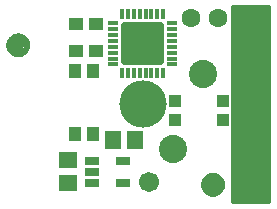
<source format=gbr>
G04 EAGLE Gerber RS-274X export*
G75*
%MOMM*%
%FSLAX34Y34*%
%LPD*%
%INSoldermask Top*%
%IPPOS*%
%AMOC8*
5,1,8,0,0,1.08239X$1,22.5*%
G01*
%ADD10C,1.101600*%
%ADD11C,0.469900*%
%ADD12R,1.341600X1.601600*%
%ADD13R,1.601600X1.341600*%
%ADD14R,1.001600X1.001600*%
%ADD15C,0.468206*%
%ADD16R,0.350000X0.900000*%
%ADD17R,0.900000X0.350000*%
%ADD18C,1.601600*%
%ADD19R,1.176600X1.101600*%
%ADD20R,1.301600X0.651600*%
%ADD21C,1.701600*%
%ADD22R,1.001600X1.301600*%
%ADD23C,4.001600*%
%ADD24C,2.387600*%

G36*
X316288Y-84827D02*
X316288Y-84827D01*
X316346Y-84829D01*
X316428Y-84807D01*
X316512Y-84795D01*
X316565Y-84772D01*
X316621Y-84757D01*
X316694Y-84714D01*
X316771Y-84679D01*
X316816Y-84641D01*
X316866Y-84612D01*
X316924Y-84550D01*
X316988Y-84496D01*
X317020Y-84447D01*
X317060Y-84404D01*
X317099Y-84329D01*
X317146Y-84259D01*
X317163Y-84203D01*
X317190Y-84151D01*
X317201Y-84083D01*
X317231Y-83988D01*
X317234Y-83888D01*
X317245Y-83820D01*
X317245Y82550D01*
X317237Y82608D01*
X317239Y82666D01*
X317217Y82748D01*
X317205Y82832D01*
X317182Y82885D01*
X317167Y82941D01*
X317124Y83014D01*
X317089Y83091D01*
X317051Y83136D01*
X317022Y83186D01*
X316960Y83244D01*
X316906Y83308D01*
X316857Y83340D01*
X316814Y83380D01*
X316739Y83419D01*
X316669Y83466D01*
X316613Y83483D01*
X316561Y83510D01*
X316493Y83521D01*
X316398Y83551D01*
X316298Y83554D01*
X316230Y83565D01*
X285115Y83565D01*
X285057Y83557D01*
X284999Y83559D01*
X284917Y83537D01*
X284834Y83525D01*
X284780Y83502D01*
X284724Y83487D01*
X284651Y83444D01*
X284574Y83409D01*
X284529Y83371D01*
X284479Y83342D01*
X284421Y83280D01*
X284357Y83226D01*
X284325Y83177D01*
X284285Y83134D01*
X284246Y83059D01*
X284200Y82989D01*
X284182Y82933D01*
X284155Y82881D01*
X284144Y82813D01*
X284114Y82718D01*
X284111Y82618D01*
X284100Y82550D01*
X284100Y-83820D01*
X284108Y-83878D01*
X284106Y-83936D01*
X284128Y-84018D01*
X284140Y-84102D01*
X284164Y-84155D01*
X284178Y-84211D01*
X284221Y-84284D01*
X284256Y-84361D01*
X284294Y-84406D01*
X284324Y-84456D01*
X284385Y-84514D01*
X284440Y-84578D01*
X284488Y-84610D01*
X284531Y-84650D01*
X284606Y-84689D01*
X284676Y-84736D01*
X284732Y-84753D01*
X284784Y-84780D01*
X284852Y-84791D01*
X284947Y-84821D01*
X285047Y-84824D01*
X285115Y-84835D01*
X316230Y-84835D01*
X316288Y-84827D01*
G37*
D10*
X268605Y-68580D03*
D11*
X268605Y-61080D02*
X268424Y-61082D01*
X268243Y-61089D01*
X268062Y-61100D01*
X267881Y-61115D01*
X267701Y-61135D01*
X267521Y-61159D01*
X267342Y-61187D01*
X267164Y-61220D01*
X266987Y-61257D01*
X266810Y-61298D01*
X266635Y-61343D01*
X266460Y-61393D01*
X266287Y-61447D01*
X266116Y-61505D01*
X265945Y-61567D01*
X265777Y-61634D01*
X265610Y-61704D01*
X265444Y-61778D01*
X265281Y-61857D01*
X265120Y-61939D01*
X264960Y-62025D01*
X264803Y-62115D01*
X264648Y-62209D01*
X264495Y-62306D01*
X264345Y-62408D01*
X264197Y-62512D01*
X264051Y-62621D01*
X263909Y-62732D01*
X263769Y-62848D01*
X263632Y-62966D01*
X263497Y-63088D01*
X263366Y-63213D01*
X263238Y-63341D01*
X263113Y-63472D01*
X262991Y-63607D01*
X262873Y-63744D01*
X262757Y-63884D01*
X262646Y-64026D01*
X262537Y-64172D01*
X262433Y-64320D01*
X262331Y-64470D01*
X262234Y-64623D01*
X262140Y-64778D01*
X262050Y-64935D01*
X261964Y-65095D01*
X261882Y-65256D01*
X261803Y-65419D01*
X261729Y-65585D01*
X261659Y-65752D01*
X261592Y-65920D01*
X261530Y-66091D01*
X261472Y-66262D01*
X261418Y-66435D01*
X261368Y-66610D01*
X261323Y-66785D01*
X261282Y-66962D01*
X261245Y-67139D01*
X261212Y-67317D01*
X261184Y-67496D01*
X261160Y-67676D01*
X261140Y-67856D01*
X261125Y-68037D01*
X261114Y-68218D01*
X261107Y-68399D01*
X261105Y-68580D01*
X268605Y-61080D02*
X268786Y-61082D01*
X268967Y-61089D01*
X269148Y-61100D01*
X269329Y-61115D01*
X269509Y-61135D01*
X269689Y-61159D01*
X269868Y-61187D01*
X270046Y-61220D01*
X270223Y-61257D01*
X270400Y-61298D01*
X270575Y-61343D01*
X270750Y-61393D01*
X270923Y-61447D01*
X271094Y-61505D01*
X271265Y-61567D01*
X271433Y-61634D01*
X271600Y-61704D01*
X271766Y-61778D01*
X271929Y-61857D01*
X272090Y-61939D01*
X272250Y-62025D01*
X272407Y-62115D01*
X272562Y-62209D01*
X272715Y-62306D01*
X272865Y-62408D01*
X273013Y-62512D01*
X273159Y-62621D01*
X273301Y-62732D01*
X273441Y-62848D01*
X273578Y-62966D01*
X273713Y-63088D01*
X273844Y-63213D01*
X273972Y-63341D01*
X274097Y-63472D01*
X274219Y-63607D01*
X274337Y-63744D01*
X274453Y-63884D01*
X274564Y-64026D01*
X274673Y-64172D01*
X274777Y-64320D01*
X274879Y-64470D01*
X274976Y-64623D01*
X275070Y-64778D01*
X275160Y-64935D01*
X275246Y-65095D01*
X275328Y-65256D01*
X275407Y-65419D01*
X275481Y-65585D01*
X275551Y-65752D01*
X275618Y-65920D01*
X275680Y-66091D01*
X275738Y-66262D01*
X275792Y-66435D01*
X275842Y-66610D01*
X275887Y-66785D01*
X275928Y-66962D01*
X275965Y-67139D01*
X275998Y-67317D01*
X276026Y-67496D01*
X276050Y-67676D01*
X276070Y-67856D01*
X276085Y-68037D01*
X276096Y-68218D01*
X276103Y-68399D01*
X276105Y-68580D01*
X276103Y-68761D01*
X276096Y-68942D01*
X276085Y-69123D01*
X276070Y-69304D01*
X276050Y-69484D01*
X276026Y-69664D01*
X275998Y-69843D01*
X275965Y-70021D01*
X275928Y-70198D01*
X275887Y-70375D01*
X275842Y-70550D01*
X275792Y-70725D01*
X275738Y-70898D01*
X275680Y-71069D01*
X275618Y-71240D01*
X275551Y-71408D01*
X275481Y-71575D01*
X275407Y-71741D01*
X275328Y-71904D01*
X275246Y-72065D01*
X275160Y-72225D01*
X275070Y-72382D01*
X274976Y-72537D01*
X274879Y-72690D01*
X274777Y-72840D01*
X274673Y-72988D01*
X274564Y-73134D01*
X274453Y-73276D01*
X274337Y-73416D01*
X274219Y-73553D01*
X274097Y-73688D01*
X273972Y-73819D01*
X273844Y-73947D01*
X273713Y-74072D01*
X273578Y-74194D01*
X273441Y-74312D01*
X273301Y-74428D01*
X273159Y-74539D01*
X273013Y-74648D01*
X272865Y-74752D01*
X272715Y-74854D01*
X272562Y-74951D01*
X272407Y-75045D01*
X272250Y-75135D01*
X272090Y-75221D01*
X271929Y-75303D01*
X271766Y-75382D01*
X271600Y-75456D01*
X271433Y-75526D01*
X271265Y-75593D01*
X271094Y-75655D01*
X270923Y-75713D01*
X270750Y-75767D01*
X270575Y-75817D01*
X270400Y-75862D01*
X270223Y-75903D01*
X270046Y-75940D01*
X269868Y-75973D01*
X269689Y-76001D01*
X269509Y-76025D01*
X269329Y-76045D01*
X269148Y-76060D01*
X268967Y-76071D01*
X268786Y-76078D01*
X268605Y-76080D01*
X268424Y-76078D01*
X268243Y-76071D01*
X268062Y-76060D01*
X267881Y-76045D01*
X267701Y-76025D01*
X267521Y-76001D01*
X267342Y-75973D01*
X267164Y-75940D01*
X266987Y-75903D01*
X266810Y-75862D01*
X266635Y-75817D01*
X266460Y-75767D01*
X266287Y-75713D01*
X266116Y-75655D01*
X265945Y-75593D01*
X265777Y-75526D01*
X265610Y-75456D01*
X265444Y-75382D01*
X265281Y-75303D01*
X265120Y-75221D01*
X264960Y-75135D01*
X264803Y-75045D01*
X264648Y-74951D01*
X264495Y-74854D01*
X264345Y-74752D01*
X264197Y-74648D01*
X264051Y-74539D01*
X263909Y-74428D01*
X263769Y-74312D01*
X263632Y-74194D01*
X263497Y-74072D01*
X263366Y-73947D01*
X263238Y-73819D01*
X263113Y-73688D01*
X262991Y-73553D01*
X262873Y-73416D01*
X262757Y-73276D01*
X262646Y-73134D01*
X262537Y-72988D01*
X262433Y-72840D01*
X262331Y-72690D01*
X262234Y-72537D01*
X262140Y-72382D01*
X262050Y-72225D01*
X261964Y-72065D01*
X261882Y-71904D01*
X261803Y-71741D01*
X261729Y-71575D01*
X261659Y-71408D01*
X261592Y-71240D01*
X261530Y-71069D01*
X261472Y-70898D01*
X261418Y-70725D01*
X261368Y-70550D01*
X261323Y-70375D01*
X261282Y-70198D01*
X261245Y-70021D01*
X261212Y-69843D01*
X261184Y-69664D01*
X261160Y-69484D01*
X261140Y-69304D01*
X261125Y-69123D01*
X261114Y-68942D01*
X261107Y-68761D01*
X261105Y-68580D01*
D10*
X103632Y49530D03*
D11*
X103632Y42030D02*
X103813Y42032D01*
X103994Y42039D01*
X104175Y42050D01*
X104356Y42065D01*
X104536Y42085D01*
X104716Y42109D01*
X104895Y42137D01*
X105073Y42170D01*
X105250Y42207D01*
X105427Y42248D01*
X105602Y42293D01*
X105777Y42343D01*
X105950Y42397D01*
X106121Y42455D01*
X106292Y42517D01*
X106460Y42584D01*
X106627Y42654D01*
X106793Y42728D01*
X106956Y42807D01*
X107117Y42889D01*
X107277Y42975D01*
X107434Y43065D01*
X107589Y43159D01*
X107742Y43256D01*
X107892Y43358D01*
X108040Y43462D01*
X108186Y43571D01*
X108328Y43682D01*
X108468Y43798D01*
X108605Y43916D01*
X108740Y44038D01*
X108871Y44163D01*
X108999Y44291D01*
X109124Y44422D01*
X109246Y44557D01*
X109364Y44694D01*
X109480Y44834D01*
X109591Y44976D01*
X109700Y45122D01*
X109804Y45270D01*
X109906Y45420D01*
X110003Y45573D01*
X110097Y45728D01*
X110187Y45885D01*
X110273Y46045D01*
X110355Y46206D01*
X110434Y46369D01*
X110508Y46535D01*
X110578Y46702D01*
X110645Y46870D01*
X110707Y47041D01*
X110765Y47212D01*
X110819Y47385D01*
X110869Y47560D01*
X110914Y47735D01*
X110955Y47912D01*
X110992Y48089D01*
X111025Y48267D01*
X111053Y48446D01*
X111077Y48626D01*
X111097Y48806D01*
X111112Y48987D01*
X111123Y49168D01*
X111130Y49349D01*
X111132Y49530D01*
X103632Y42030D02*
X103451Y42032D01*
X103270Y42039D01*
X103089Y42050D01*
X102908Y42065D01*
X102728Y42085D01*
X102548Y42109D01*
X102369Y42137D01*
X102191Y42170D01*
X102014Y42207D01*
X101837Y42248D01*
X101662Y42293D01*
X101487Y42343D01*
X101314Y42397D01*
X101143Y42455D01*
X100972Y42517D01*
X100804Y42584D01*
X100637Y42654D01*
X100471Y42728D01*
X100308Y42807D01*
X100147Y42889D01*
X99987Y42975D01*
X99830Y43065D01*
X99675Y43159D01*
X99522Y43256D01*
X99372Y43358D01*
X99224Y43462D01*
X99078Y43571D01*
X98936Y43682D01*
X98796Y43798D01*
X98659Y43916D01*
X98524Y44038D01*
X98393Y44163D01*
X98265Y44291D01*
X98140Y44422D01*
X98018Y44557D01*
X97900Y44694D01*
X97784Y44834D01*
X97673Y44976D01*
X97564Y45122D01*
X97460Y45270D01*
X97358Y45420D01*
X97261Y45573D01*
X97167Y45728D01*
X97077Y45885D01*
X96991Y46045D01*
X96909Y46206D01*
X96830Y46369D01*
X96756Y46535D01*
X96686Y46702D01*
X96619Y46870D01*
X96557Y47041D01*
X96499Y47212D01*
X96445Y47385D01*
X96395Y47560D01*
X96350Y47735D01*
X96309Y47912D01*
X96272Y48089D01*
X96239Y48267D01*
X96211Y48446D01*
X96187Y48626D01*
X96167Y48806D01*
X96152Y48987D01*
X96141Y49168D01*
X96134Y49349D01*
X96132Y49530D01*
X96134Y49711D01*
X96141Y49892D01*
X96152Y50073D01*
X96167Y50254D01*
X96187Y50434D01*
X96211Y50614D01*
X96239Y50793D01*
X96272Y50971D01*
X96309Y51148D01*
X96350Y51325D01*
X96395Y51500D01*
X96445Y51675D01*
X96499Y51848D01*
X96557Y52019D01*
X96619Y52190D01*
X96686Y52358D01*
X96756Y52525D01*
X96830Y52691D01*
X96909Y52854D01*
X96991Y53015D01*
X97077Y53175D01*
X97167Y53332D01*
X97261Y53487D01*
X97358Y53640D01*
X97460Y53790D01*
X97564Y53938D01*
X97673Y54084D01*
X97784Y54226D01*
X97900Y54366D01*
X98018Y54503D01*
X98140Y54638D01*
X98265Y54769D01*
X98393Y54897D01*
X98524Y55022D01*
X98659Y55144D01*
X98796Y55262D01*
X98936Y55378D01*
X99078Y55489D01*
X99224Y55598D01*
X99372Y55702D01*
X99522Y55804D01*
X99675Y55901D01*
X99830Y55995D01*
X99987Y56085D01*
X100147Y56171D01*
X100308Y56253D01*
X100471Y56332D01*
X100637Y56406D01*
X100804Y56476D01*
X100972Y56543D01*
X101143Y56605D01*
X101314Y56663D01*
X101487Y56717D01*
X101662Y56767D01*
X101837Y56812D01*
X102014Y56853D01*
X102191Y56890D01*
X102369Y56923D01*
X102548Y56951D01*
X102728Y56975D01*
X102908Y56995D01*
X103089Y57010D01*
X103270Y57021D01*
X103451Y57028D01*
X103632Y57030D01*
X103813Y57028D01*
X103994Y57021D01*
X104175Y57010D01*
X104356Y56995D01*
X104536Y56975D01*
X104716Y56951D01*
X104895Y56923D01*
X105073Y56890D01*
X105250Y56853D01*
X105427Y56812D01*
X105602Y56767D01*
X105777Y56717D01*
X105950Y56663D01*
X106121Y56605D01*
X106292Y56543D01*
X106460Y56476D01*
X106627Y56406D01*
X106793Y56332D01*
X106956Y56253D01*
X107117Y56171D01*
X107277Y56085D01*
X107434Y55995D01*
X107589Y55901D01*
X107742Y55804D01*
X107892Y55702D01*
X108040Y55598D01*
X108186Y55489D01*
X108328Y55378D01*
X108468Y55262D01*
X108605Y55144D01*
X108740Y55022D01*
X108871Y54897D01*
X108999Y54769D01*
X109124Y54638D01*
X109246Y54503D01*
X109364Y54366D01*
X109480Y54226D01*
X109591Y54084D01*
X109700Y53938D01*
X109804Y53790D01*
X109906Y53640D01*
X110003Y53487D01*
X110097Y53332D01*
X110187Y53175D01*
X110273Y53015D01*
X110355Y52854D01*
X110434Y52691D01*
X110508Y52525D01*
X110578Y52358D01*
X110645Y52190D01*
X110707Y52019D01*
X110765Y51848D01*
X110819Y51675D01*
X110869Y51500D01*
X110914Y51325D01*
X110955Y51148D01*
X110992Y50971D01*
X111025Y50793D01*
X111053Y50614D01*
X111077Y50434D01*
X111097Y50254D01*
X111112Y50073D01*
X111123Y49892D01*
X111130Y49711D01*
X111132Y49530D01*
D12*
X183540Y-30480D03*
X202540Y-30480D03*
D13*
X146050Y-66650D03*
X146050Y-47650D03*
D14*
X277040Y2285D03*
X277040Y-13715D03*
X236040Y-13715D03*
X236040Y2285D03*
D15*
X193248Y35133D02*
X193248Y66467D01*
X224582Y66467D01*
X224582Y35133D01*
X193248Y35133D01*
X193248Y39581D02*
X224582Y39581D01*
X224582Y44029D02*
X193248Y44029D01*
X193248Y48477D02*
X224582Y48477D01*
X224582Y52925D02*
X193248Y52925D01*
X193248Y57373D02*
X224582Y57373D01*
X224582Y61821D02*
X193248Y61821D01*
X193248Y66269D02*
X224582Y66269D01*
D16*
X226415Y75800D03*
X221415Y75800D03*
X216415Y75800D03*
X211415Y75800D03*
X206415Y75800D03*
X201415Y75800D03*
X196415Y75800D03*
X191415Y75800D03*
D17*
X183915Y68300D03*
X183915Y63300D03*
X183915Y58300D03*
X183915Y53300D03*
X183915Y48300D03*
X183915Y43300D03*
X183915Y38300D03*
X183915Y33300D03*
D16*
X191415Y25800D03*
X196415Y25800D03*
X201415Y25800D03*
X206415Y25800D03*
X211415Y25800D03*
X216415Y25800D03*
X221415Y25800D03*
X226415Y25800D03*
D17*
X233915Y33300D03*
X233915Y38300D03*
X233915Y43300D03*
X233915Y48300D03*
X233915Y53300D03*
X233915Y58300D03*
X233915Y63300D03*
X233915Y68300D03*
D18*
X272415Y72390D03*
X250190Y72390D03*
D19*
X169155Y67945D03*
X152155Y67945D03*
D20*
X166069Y-48285D03*
X166069Y-57785D03*
X166069Y-67285D03*
X192071Y-67285D03*
X192071Y-48285D03*
D19*
X169155Y45085D03*
X152155Y45085D03*
D21*
X213995Y-66040D03*
D22*
X166885Y-25230D03*
X151885Y-25230D03*
X166885Y27770D03*
X151885Y27770D03*
D23*
X209550Y0D03*
D24*
X234950Y-38100D03*
X260350Y25400D03*
M02*

</source>
